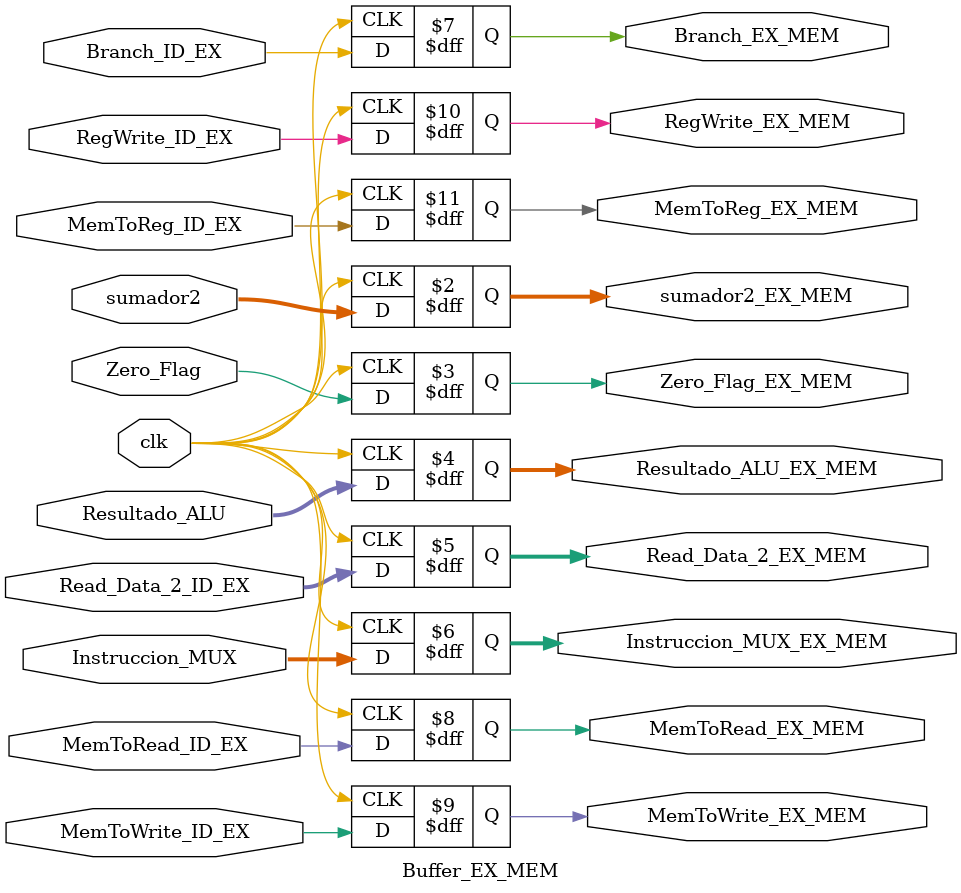
<source format=v>
`timescale 1ns/1ns
module Buffer_EX_MEM(
	input clk,
	
	input [31:0] sumador2,
	input Zero_Flag,
	input [31:0] Resultado_ALU,
	input [31:0] Read_Data_2_ID_EX,
	input [4:0] Instruccion_MUX,
	
	input Branch_ID_EX,
	input MemToRead_ID_EX,
	input MemToWrite_ID_EX,
	input RegWrite_ID_EX,
	input MemToReg_ID_EX,
	
	output reg [31:0] sumador2_EX_MEM,
	output reg Zero_Flag_EX_MEM,
	output reg [31:0] Resultado_ALU_EX_MEM,
	output reg [31:0] Read_Data_2_EX_MEM,
	output reg [4:0] Instruccion_MUX_EX_MEM,
	
	output reg Branch_EX_MEM,
	output reg MemToRead_EX_MEM,
	output reg MemToWrite_EX_MEM,
	output reg RegWrite_EX_MEM,
	output reg MemToReg_EX_MEM
	
);
always @(posedge clk) begin
	sumador2_EX_MEM = sumador2;
	Zero_Flag_EX_MEM = Zero_Flag;
	Resultado_ALU_EX_MEM = Resultado_ALU;
	Read_Data_2_EX_MEM = Read_Data_2_ID_EX;
	Instruccion_MUX_EX_MEM = Instruccion_MUX;
	Branch_EX_MEM = Branch_ID_EX;
	MemToRead_EX_MEM = MemToRead_ID_EX;
	MemToWrite_EX_MEM = MemToWrite_ID_EX;
	RegWrite_EX_MEM = RegWrite_ID_EX;
	MemToReg_EX_MEM = MemToReg_ID_EX;
end
endmodule
</source>
